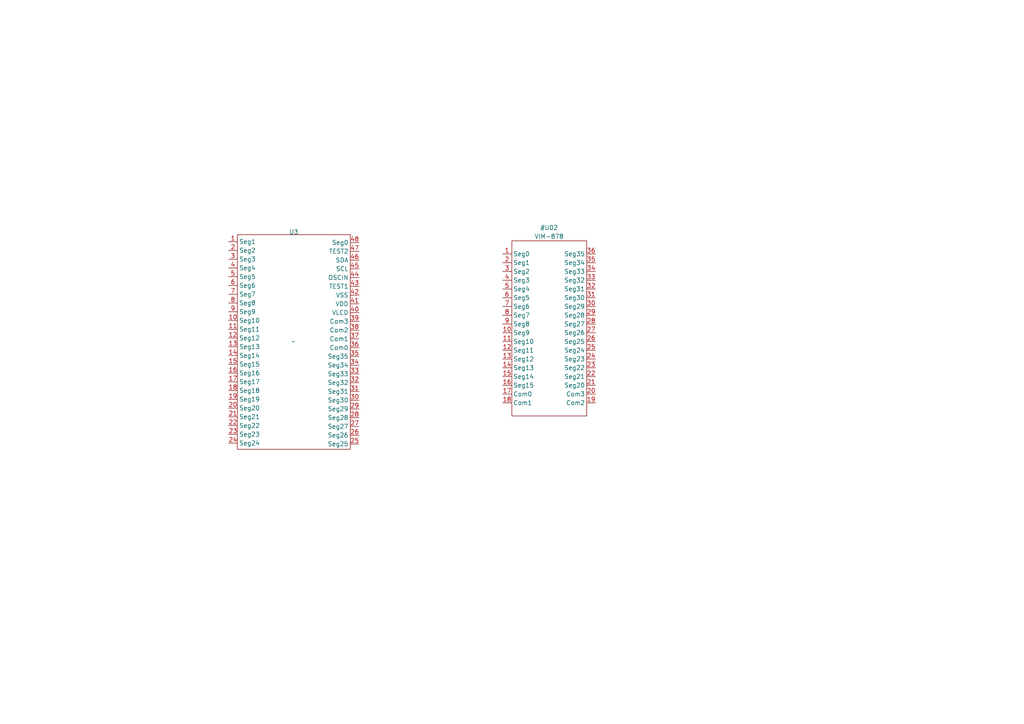
<source format=kicad_sch>
(kicad_sch (version 20230121) (generator eeschema)
  (paper "A4")
  (lib_symbols
    (symbol "Custom_Eric:BU91797MUF-ME2"
      (property "Reference" "U" (at 0 0 0))
      (symbol "BU91797MUF-ME2_0_1"
        (rectangle (start -16.256 30.988) (end 16.51 -31.242))
      )
      (symbol "BU91797MUF-ME2_1_1"
        (pin input line (at -18.796 28.956 0) (length 2.54) (name "Seg1") (number "1"))
        (pin input line (at -18.796 6.096 0) (length 2.54) (name "Seg10") (number "10"))
        (pin input line (at -18.796 3.556 0) (length 2.54) (name "Seg11") (number "11"))
        (pin input line (at -18.796 1.016 0) (length 2.54) (name "Seg12") (number "12"))
        (pin input line (at -18.796 -1.524 0) (length 2.54) (name "Seg13") (number "13"))
        (pin input line (at -18.796 -4.064 0) (length 2.54) (name "Seg14") (number "14"))
        (pin input line (at -18.796 -6.604 0) (length 2.54) (name "Seg15") (number "15"))
        (pin input line (at -18.796 -9.144 0) (length 2.54) (name "Seg16") (number "16"))
        (pin input line (at -18.796 -11.684 0) (length 2.54) (name "Seg17") (number "17"))
        (pin input line (at -18.796 -14.224 0) (length 2.54) (name "Seg18") (number "18"))
        (pin input line (at -18.796 -16.764 0) (length 2.54) (name "Seg19") (number "19"))
        (pin input line (at -18.796 26.416 0) (length 2.54) (name "Seg2") (number "2"))
        (pin input line (at -18.796 -19.304 0) (length 2.54) (name "Seg20") (number "20"))
        (pin input line (at -18.796 -21.844 0) (length 2.54) (name "Seg21") (number "21"))
        (pin input line (at -18.796 -24.384 0) (length 2.54) (name "Seg22") (number "22"))
        (pin input line (at -18.796 -26.924 0) (length 2.54) (name "Seg23") (number "23"))
        (pin input line (at -18.796 -29.464 0) (length 2.54) (name "Seg24") (number "24"))
        (pin input line (at 19.05 -29.718 180) (length 2.54) (name "Seg25") (number "25"))
        (pin input line (at 19.05 -27.178 180) (length 2.54) (name "Seg26") (number "26"))
        (pin input line (at 19.05 -24.638 180) (length 2.54) (name "Seg27") (number "27"))
        (pin input line (at 19.05 -22.098 180) (length 2.54) (name "Seg28") (number "28"))
        (pin input line (at 19.05 -19.558 180) (length 2.54) (name "Seg29") (number "29"))
        (pin input line (at -18.796 23.876 0) (length 2.54) (name "Seg3") (number "3"))
        (pin input line (at 19.05 -17.018 180) (length 2.54) (name "Seg30") (number "30"))
        (pin input line (at 19.05 -14.478 180) (length 2.54) (name "Seg31") (number "31"))
        (pin input line (at 19.05 -11.938 180) (length 2.54) (name "Seg32") (number "32"))
        (pin input line (at 19.05 -9.398 180) (length 2.54) (name "Seg33") (number "33"))
        (pin input line (at 19.05 -6.858 180) (length 2.54) (name "Seg34") (number "34"))
        (pin input line (at 19.05 -4.318 180) (length 2.54) (name "Seg35") (number "35"))
        (pin input line (at 19.05 -1.778 180) (length 2.54) (name "Com0") (number "36"))
        (pin input line (at 19.05 0.762 180) (length 2.54) (name "Com1") (number "37"))
        (pin input line (at 19.05 3.302 180) (length 2.54) (name "Com2") (number "38"))
        (pin input line (at 19.05 5.842 180) (length 2.54) (name "Com3") (number "39"))
        (pin input line (at -18.796 21.336 0) (length 2.54) (name "Seg4") (number "4"))
        (pin power_out line (at 19.05 8.382 180) (length 2.54) (name "VLCD") (number "40"))
        (pin power_in line (at 19.05 10.922 180) (length 2.54) (name "VDD") (number "41"))
        (pin power_in line (at 19.05 13.462 180) (length 2.54) (name "VSS") (number "42"))
        (pin input line (at 19.05 16.002 180) (length 2.54) (name "TEST1") (number "43"))
        (pin input line (at 19.05 18.542 180) (length 2.54) (name "OSCIN") (number "44"))
        (pin input line (at 19.05 21.082 180) (length 2.54) (name "SCL") (number "45"))
        (pin input line (at 19.05 23.622 180) (length 2.54) (name "SDA") (number "46"))
        (pin input line (at 19.05 26.162 180) (length 2.54) (name "TEST2") (number "47"))
        (pin input line (at 19.05 28.702 180) (length 2.54) (name "Seg0") (number "48"))
        (pin input line (at -18.796 18.796 0) (length 2.54) (name "Seg5") (number "5"))
        (pin input line (at -18.796 16.256 0) (length 2.54) (name "Seg6") (number "6"))
        (pin input line (at -18.796 13.716 0) (length 2.54) (name "Seg7") (number "7"))
        (pin input line (at -18.796 11.176 0) (length 2.54) (name "Seg8") (number "8"))
        (pin input line (at -18.796 8.636 0) (length 2.54) (name "Seg9") (number "9"))
      )
    )
    (symbol "Custom_Eric:VIM-878" (power) (in_bom no) (on_board no)
      (property "Reference" "U" (at 0 -3.048 0))
      (property "Value" "VIM-878" (at 0 0 0))
      (symbol "VIM-878_0_1"
        (rectangle (start -25.4 10.16) (end 25.4 -11.557))
      )
      (symbol "VIM-878_1_1"
        (pin input line (at -21.59 -14.224 90) (length 2.54) (name "Seg0") (number "1"))
        (pin input line (at 1.27 -14.224 90) (length 2.54) (name "Seg9") (number "10"))
        (pin input line (at 3.81 -14.224 90) (length 2.54) (name "Seg10") (number "11"))
        (pin input line (at 6.35 -14.224 90) (length 2.54) (name "Seg11") (number "12"))
        (pin input line (at 8.89 -14.224 90) (length 2.54) (name "Seg12") (number "13"))
        (pin input line (at 11.43 -14.224 90) (length 2.54) (name "Seg13") (number "14"))
        (pin input line (at 13.97 -14.224 90) (length 2.54) (name "Seg14") (number "15"))
        (pin input line (at 16.51 -14.224 90) (length 2.54) (name "Seg15") (number "16"))
        (pin input line (at 19.05 -14.224 90) (length 2.54) (name "Com0") (number "17"))
        (pin input line (at 21.59 -14.224 90) (length 2.54) (name "Com1") (number "18"))
        (pin input line (at 21.59 12.7 270) (length 2.54) (name "Com2") (number "19"))
        (pin input line (at -19.05 -14.224 90) (length 2.54) (name "Seg1") (number "2"))
        (pin input line (at 19.05 12.7 270) (length 2.54) (name "Com3") (number "20"))
        (pin input line (at 16.51 12.7 270) (length 2.54) (name "Seg20") (number "21"))
        (pin input line (at 13.97 12.7 270) (length 2.54) (name "Seg21") (number "22"))
        (pin input line (at 11.43 12.7 270) (length 2.54) (name "Seg22") (number "23"))
        (pin input line (at 8.89 12.7 270) (length 2.54) (name "Seg23") (number "24"))
        (pin input line (at 6.35 12.7 270) (length 2.54) (name "Seg24") (number "25"))
        (pin input line (at 3.81 12.7 270) (length 2.54) (name "Seg25") (number "26"))
        (pin input line (at 1.27 12.7 270) (length 2.54) (name "Seg26") (number "27"))
        (pin input line (at -1.27 12.7 270) (length 2.54) (name "Seg27") (number "28"))
        (pin input line (at -3.81 12.7 270) (length 2.54) (name "Seg28") (number "29"))
        (pin input line (at -16.51 -14.224 90) (length 2.54) (name "Seg2") (number "3"))
        (pin input line (at -6.35 12.7 270) (length 2.54) (name "Seg29") (number "30"))
        (pin input line (at -8.89 12.7 270) (length 2.54) (name "Seg30") (number "31"))
        (pin input line (at -11.43 12.7 270) (length 2.54) (name "Seg31") (number "32"))
        (pin input line (at -13.97 12.7 270) (length 2.54) (name "Seg32") (number "33"))
        (pin input line (at -16.51 12.7 270) (length 2.54) (name "Seg33") (number "34"))
        (pin input line (at -19.05 12.7 270) (length 2.54) (name "Seg34") (number "35"))
        (pin input line (at -21.59 12.7 270) (length 2.54) (name "Seg35") (number "36"))
        (pin input line (at -13.97 -14.224 90) (length 2.54) (name "Seg3") (number "4"))
        (pin input line (at -11.43 -14.224 90) (length 2.54) (name "Seg4") (number "5"))
        (pin input line (at -8.89 -14.224 90) (length 2.54) (name "Seg5") (number "6"))
        (pin input line (at -6.35 -14.224 90) (length 2.54) (name "Seg6") (number "7"))
        (pin input line (at -3.81 -14.224 90) (length 2.54) (name "Seg7") (number "8"))
        (pin input line (at -1.27 -14.224 90) (length 2.54) (name "Seg8") (number "9"))
      )
    )
  )
  (symbol (lib_id "Custom_Eric:VIM-878") (at 160.02 95.25 270) (unit 1) (in_bom no) (on_board no)
    (property "Reference" "U02" (at 159.258 66.04 90))
    (property "Value" "VIM-878" (at 159.258 68.58 90))
  )
  (symbol (lib_id "Custom_Eric:BU91797MUF-ME2") (at 85.09 99.06 0) (unit 1)
    (property "Reference" "U3" (at 85.217 67.31 0))
    (property "Value" "~" (at 85.09 99.06 0))
  )
)
</source>
